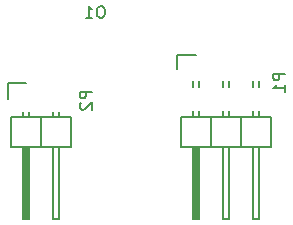
<source format=gbr>
G04 #@! TF.FileFunction,Legend,Bot*
%FSLAX46Y46*%
G04 Gerber Fmt 4.6, Leading zero omitted, Abs format (unit mm)*
G04 Created by KiCad (PCBNEW 4.0.2+dfsg1-stable) date Thu 14 Apr 2016 07:39:57 AM EDT*
%MOMM*%
G01*
G04 APERTURE LIST*
%ADD10C,0.150000*%
G04 APERTURE END LIST*
D10*
X22757000Y-4328000D02*
X22757000Y-3820000D01*
X22249000Y-4328000D02*
X22249000Y-3820000D01*
X20217000Y-4328000D02*
X20217000Y-3820000D01*
X19709000Y-4328000D02*
X19709000Y-3820000D01*
X17677000Y-4328000D02*
X17677000Y-3820000D01*
X17169000Y-4328000D02*
X17169000Y-3820000D01*
X19709000Y-6868000D02*
X19709000Y-6360000D01*
X20217000Y-6868000D02*
X20217000Y-6360000D01*
X22249000Y-6868000D02*
X22249000Y-6360000D01*
X22757000Y-6868000D02*
X22757000Y-6360000D01*
X17169000Y-6868000D02*
X17169000Y-6360000D01*
X17677000Y-6868000D02*
X17677000Y-6360000D01*
X15873000Y-2804000D02*
X15873000Y-1654000D01*
X15873000Y-1654000D02*
X17423000Y-1654000D01*
X17296000Y-9408000D02*
X17296000Y-15377000D01*
X17296000Y-15377000D02*
X17550000Y-15377000D01*
X17550000Y-15377000D02*
X17550000Y-9535000D01*
X17550000Y-9535000D02*
X17423000Y-9535000D01*
X17423000Y-9535000D02*
X17423000Y-15377000D01*
X18693000Y-6868000D02*
X21233000Y-6868000D01*
X21233000Y-6868000D02*
X21233000Y-9408000D01*
X19709000Y-9408000D02*
X19709000Y-15504000D01*
X19709000Y-15504000D02*
X20217000Y-15504000D01*
X20217000Y-15504000D02*
X20217000Y-9408000D01*
X21233000Y-9408000D02*
X18693000Y-9408000D01*
X23773000Y-6868000D02*
X23773000Y-9408000D01*
X23773000Y-9408000D02*
X21233000Y-9408000D01*
X22757000Y-15504000D02*
X22757000Y-9408000D01*
X22249000Y-15504000D02*
X22757000Y-15504000D01*
X22249000Y-9408000D02*
X22249000Y-15504000D01*
X23773000Y-6868000D02*
X23773000Y-9408000D01*
X21233000Y-6868000D02*
X23773000Y-6868000D01*
X21233000Y-6868000D02*
X21233000Y-9408000D01*
X18693000Y-6868000D02*
X18693000Y-9408000D01*
X18693000Y-9408000D02*
X16153000Y-9408000D01*
X17677000Y-15504000D02*
X17677000Y-9408000D01*
X17169000Y-15504000D02*
X17677000Y-15504000D01*
X17169000Y-9408000D02*
X17169000Y-15504000D01*
X18693000Y-6868000D02*
X18693000Y-9408000D01*
X16153000Y-6868000D02*
X18693000Y-6868000D01*
X16153000Y-6868000D02*
X16153000Y-9408000D01*
X1522000Y-4044000D02*
X3072000Y-4044000D01*
X1522000Y-5344000D02*
X1522000Y-4044000D01*
X2945000Y-9535000D02*
X2945000Y-15377000D01*
X2945000Y-15377000D02*
X3199000Y-15377000D01*
X3199000Y-15377000D02*
X3199000Y-9535000D01*
X3199000Y-9535000D02*
X3072000Y-9535000D01*
X3072000Y-9535000D02*
X3072000Y-15377000D01*
X2818000Y-6868000D02*
X2818000Y-6487000D01*
X3326000Y-6868000D02*
X3326000Y-6487000D01*
X5358000Y-6868000D02*
X5358000Y-6487000D01*
X5866000Y-6868000D02*
X5866000Y-6487000D01*
X1802000Y-6868000D02*
X1802000Y-9408000D01*
X4342000Y-6868000D02*
X4342000Y-9408000D01*
X4342000Y-6868000D02*
X6882000Y-6868000D01*
X6882000Y-6868000D02*
X6882000Y-9408000D01*
X5358000Y-9408000D02*
X5358000Y-15504000D01*
X5358000Y-15504000D02*
X5866000Y-15504000D01*
X5866000Y-15504000D02*
X5866000Y-9408000D01*
X6882000Y-9408000D02*
X4342000Y-9408000D01*
X4342000Y-9408000D02*
X1802000Y-9408000D01*
X3326000Y-15504000D02*
X3326000Y-9408000D01*
X2818000Y-15504000D02*
X3326000Y-15504000D01*
X2818000Y-9408000D02*
X2818000Y-15504000D01*
X4342000Y-6868000D02*
X4342000Y-9408000D01*
X1802000Y-6868000D02*
X4342000Y-6868000D01*
X9483229Y2512019D02*
X9292752Y2512019D01*
X9197514Y2464400D01*
X9102276Y2369162D01*
X9054657Y2178686D01*
X9054657Y1845352D01*
X9102276Y1654876D01*
X9197514Y1559638D01*
X9292752Y1512019D01*
X9483229Y1512019D01*
X9578467Y1559638D01*
X9673705Y1654876D01*
X9721324Y1845352D01*
X9721324Y2178686D01*
X9673705Y2369162D01*
X9578467Y2464400D01*
X9483229Y2512019D01*
X8102276Y1512019D02*
X8673705Y1512019D01*
X8387991Y1512019D02*
X8387991Y2512019D01*
X8483229Y2369162D01*
X8578467Y2273924D01*
X8673705Y2226305D01*
X24987381Y-3208905D02*
X23987381Y-3208905D01*
X23987381Y-3589858D01*
X24035000Y-3685096D01*
X24082619Y-3732715D01*
X24177857Y-3780334D01*
X24320714Y-3780334D01*
X24415952Y-3732715D01*
X24463571Y-3685096D01*
X24511190Y-3589858D01*
X24511190Y-3208905D01*
X24987381Y-4732715D02*
X24987381Y-4161286D01*
X24987381Y-4447000D02*
X23987381Y-4447000D01*
X24130238Y-4351762D01*
X24225476Y-4256524D01*
X24273095Y-4161286D01*
X8604381Y-4732905D02*
X7604381Y-4732905D01*
X7604381Y-5113858D01*
X7652000Y-5209096D01*
X7699619Y-5256715D01*
X7794857Y-5304334D01*
X7937714Y-5304334D01*
X8032952Y-5256715D01*
X8080571Y-5209096D01*
X8128190Y-5113858D01*
X8128190Y-4732905D01*
X7699619Y-5685286D02*
X7652000Y-5732905D01*
X7604381Y-5828143D01*
X7604381Y-6066239D01*
X7652000Y-6161477D01*
X7699619Y-6209096D01*
X7794857Y-6256715D01*
X7890095Y-6256715D01*
X8032952Y-6209096D01*
X8604381Y-5637667D01*
X8604381Y-6256715D01*
M02*

</source>
